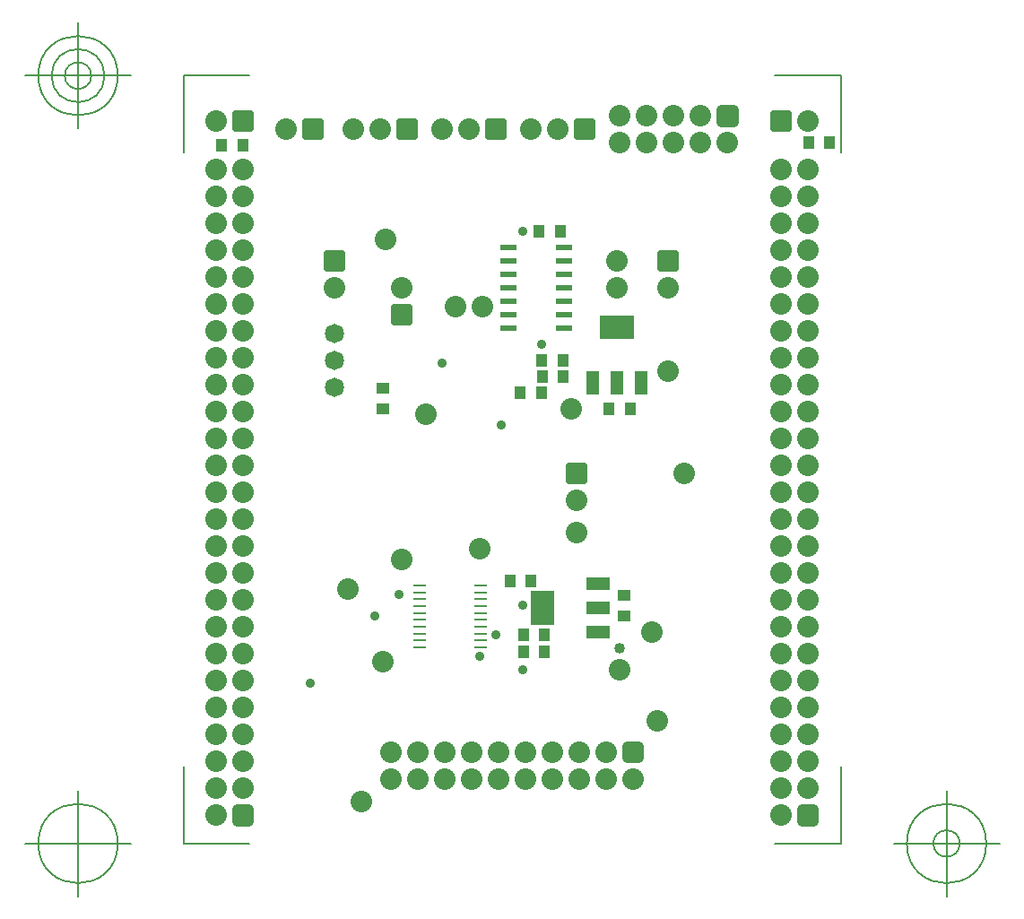
<source format=gbr>
G04 Generated by Ultiboard 13.0 *
%FSLAX25Y25*%
%MOIN*%

%ADD10C,0.00001*%
%ADD11C,0.00500*%
%ADD12C,0.08000*%
%ADD13C,0.03500*%
%ADD14R,0.06000X0.06000*%
%ADD15C,0.02000*%
%ADD16R,0.06102X0.02362*%
%ADD17R,0.04724X0.08661*%
%ADD18R,0.13000X0.08600*%
%ADD19R,0.04724X0.00984*%
%ADD20C,0.04000*%
%ADD21R,0.04000X0.05000*%
%ADD22R,0.08600X0.13000*%
%ADD23R,0.08661X0.04724*%
%ADD24R,0.05000X0.04000*%
%ADD25R,0.04083X0.04083*%
%ADD26C,0.03917*%
%ADD27C,0.07166*%


G04 ColorRGB 9900CC for the following layer *
%LNSolder Mask Bottom*%
%LPD*%
G54D10*
G54D11*
X205000Y45535D02*
X205000Y74082D01*
X205000Y45535D02*
X229413Y45535D01*
X449126Y45535D02*
X424713Y45535D01*
X449126Y45535D02*
X449126Y74082D01*
X449126Y331000D02*
X449126Y302454D01*
X449126Y331000D02*
X424713Y331000D01*
X205000Y331000D02*
X229413Y331000D01*
X205000Y331000D02*
X205000Y302454D01*
X185315Y45535D02*
X145945Y45535D01*
X165630Y25850D02*
X165630Y65220D01*
X150866Y45535D02*
G75*
D01*
G02X150866Y45535I14764J0*
G01*
X468811Y45535D02*
X508181Y45535D01*
X488496Y25850D02*
X488496Y65220D01*
X473732Y45535D02*
G75*
D01*
G02X473732Y45535I14764J0*
G01*
X483575Y45535D02*
G75*
D01*
G02X483575Y45535I4921J0*
G01*
X185315Y331000D02*
X145945Y331000D01*
X165630Y311315D02*
X165630Y350685D01*
X150866Y331000D02*
G75*
D01*
G02X150866Y331000I14764J0*
G01*
X155787Y331000D02*
G75*
D01*
G02X155787Y331000I9843J0*
G01*
X160709Y331000D02*
G75*
D01*
G02X160709Y331000I4921J0*
G01*
G54D12*
X391000Y183000D03*
X295000Y205000D03*
X349000Y207000D03*
X306000Y245000D03*
X316000Y245000D03*
X366000Y252000D03*
X366000Y262000D03*
X315000Y155000D03*
X217000Y314000D03*
X385000Y221000D03*
X243000Y311000D03*
X261000Y252000D03*
X385000Y252000D03*
X278000Y311000D03*
X268000Y311000D03*
X351000Y173000D03*
X311000Y311000D03*
X301000Y311000D03*
X344000Y311000D03*
X334000Y311000D03*
X381000Y91000D03*
X367000Y110000D03*
X379000Y124000D03*
X351000Y161000D03*
X279000Y113000D03*
X266000Y140000D03*
X342000Y79400D03*
X352000Y79400D03*
X362000Y79400D03*
X322000Y79400D03*
X332000Y79400D03*
X312000Y79400D03*
X372000Y69400D03*
X342000Y69400D03*
X352000Y69400D03*
X362000Y69400D03*
X322000Y69400D03*
X332000Y69400D03*
X312000Y69400D03*
X292000Y79400D03*
X302000Y79400D03*
X282000Y79400D03*
X292000Y69400D03*
X302000Y69400D03*
X282000Y69400D03*
X387100Y306000D03*
X387100Y316000D03*
X407100Y306000D03*
X397100Y306000D03*
X397100Y316000D03*
X367100Y316000D03*
X367100Y306000D03*
X377100Y306000D03*
X377100Y316000D03*
X227000Y146000D03*
X217000Y146000D03*
X227000Y86000D03*
X217000Y86000D03*
X227000Y66000D03*
X227000Y76000D03*
X217000Y56000D03*
X217000Y66000D03*
X217000Y76000D03*
X227000Y116000D03*
X227000Y96000D03*
X227000Y106000D03*
X227000Y126000D03*
X227000Y136000D03*
X217000Y116000D03*
X217000Y106000D03*
X217000Y96000D03*
X217000Y136000D03*
X217000Y126000D03*
X227000Y276000D03*
X217000Y276000D03*
X227000Y216000D03*
X217000Y216000D03*
X227000Y206000D03*
X227000Y176000D03*
X227000Y156000D03*
X227000Y166000D03*
X227000Y196000D03*
X227000Y186000D03*
X217000Y166000D03*
X217000Y156000D03*
X217000Y176000D03*
X217000Y196000D03*
X217000Y186000D03*
X217000Y206000D03*
X227000Y236000D03*
X227000Y226000D03*
X227000Y256000D03*
X227000Y246000D03*
X227000Y266000D03*
X217000Y246000D03*
X217000Y226000D03*
X217000Y236000D03*
X217000Y256000D03*
X217000Y266000D03*
X227000Y286000D03*
X227000Y296000D03*
X217000Y286000D03*
X217000Y296000D03*
X427000Y56000D03*
X427000Y66000D03*
X437000Y66000D03*
X427000Y76000D03*
X437000Y76000D03*
X427000Y86000D03*
X437000Y86000D03*
X427000Y96000D03*
X437000Y96000D03*
X437000Y146000D03*
X427000Y146000D03*
X437000Y116000D03*
X437000Y106000D03*
X437000Y126000D03*
X437000Y136000D03*
X427000Y116000D03*
X427000Y106000D03*
X427000Y136000D03*
X427000Y126000D03*
X437000Y276000D03*
X427000Y276000D03*
X437000Y216000D03*
X427000Y216000D03*
X437000Y206000D03*
X437000Y176000D03*
X437000Y156000D03*
X437000Y166000D03*
X437000Y196000D03*
X437000Y186000D03*
X427000Y166000D03*
X427000Y156000D03*
X427000Y176000D03*
X427000Y196000D03*
X427000Y186000D03*
X427000Y206000D03*
X437000Y236000D03*
X437000Y226000D03*
X437000Y256000D03*
X437000Y246000D03*
X437000Y266000D03*
X427000Y246000D03*
X427000Y226000D03*
X427000Y236000D03*
X427000Y256000D03*
X427000Y266000D03*
X437000Y286000D03*
X437000Y296000D03*
X427000Y286000D03*
X427000Y296000D03*
X437000Y314000D03*
X271000Y61000D03*
X280000Y270000D03*
X286000Y151000D03*
X286000Y252000D03*
G54D13*
X338000Y231000D03*
X331000Y273000D03*
X323000Y201000D03*
X276000Y130000D03*
X331000Y110000D03*
X285000Y138000D03*
X321000Y123000D03*
X315000Y115000D03*
X252000Y105000D03*
X331000Y134000D03*
X301000Y224000D03*
G54D14*
X227000Y314000D03*
X253000Y311000D03*
X261000Y262000D03*
X385000Y262000D03*
X288000Y311000D03*
X351000Y183000D03*
X321000Y311000D03*
X354000Y311000D03*
X427000Y314000D03*
X286000Y242000D03*
G54D15*
X224000Y311000D02*
X230000Y311000D01*
X230000Y317000D01*
X224000Y317000D01*
X224000Y311000D01*D02*
X250000Y308000D02*
X256000Y308000D01*
X256000Y314000D01*
X250000Y314000D01*
X250000Y308000D01*D02*
X258000Y259000D02*
X264000Y259000D01*
X264000Y265000D01*
X258000Y265000D01*
X258000Y259000D01*D02*
X382000Y259000D02*
X388000Y259000D01*
X388000Y265000D01*
X382000Y265000D01*
X382000Y259000D01*D02*
X285000Y308000D02*
X291000Y308000D01*
X291000Y314000D01*
X285000Y314000D01*
X285000Y308000D01*D02*
X348000Y180000D02*
X354000Y180000D01*
X354000Y186000D01*
X348000Y186000D01*
X348000Y180000D01*D02*
X318000Y308000D02*
X324000Y308000D01*
X324000Y314000D01*
X318000Y314000D01*
X318000Y308000D01*D02*
X351000Y308000D02*
X357000Y308000D01*
X357000Y314000D01*
X351000Y314000D01*
X351000Y308000D01*D02*
X424000Y311000D02*
X430000Y311000D01*
X430000Y317000D01*
X424000Y317000D01*
X424000Y311000D01*D02*
X283000Y239000D02*
X289000Y239000D01*
X289000Y245000D01*
X283000Y245000D01*
X283000Y239000D01*D02*
G54D16*
X325764Y237000D03*
X346236Y237000D03*
X325764Y242000D03*
X346236Y242000D03*
X325764Y247000D03*
X325764Y252000D03*
X346236Y247000D03*
X346236Y252000D03*
X325764Y257000D03*
X325764Y262000D03*
X346236Y257000D03*
X346236Y262000D03*
X325764Y267000D03*
X346236Y267000D03*
G54D17*
X356945Y216681D03*
X366000Y216681D03*
X375055Y216681D03*
G54D18*
X366000Y237381D03*
G54D19*
X292583Y118484D03*
X315417Y118484D03*
X292583Y121043D03*
X292583Y126161D03*
X292583Y123602D03*
X315417Y121043D03*
X315417Y126161D03*
X315417Y123602D03*
X292583Y128720D03*
X292583Y133839D03*
X292583Y131280D03*
X315417Y128720D03*
X315417Y133839D03*
X315417Y131280D03*
X292583Y136398D03*
X292583Y141516D03*
X292583Y138957D03*
X315417Y136398D03*
X315417Y141516D03*
X315417Y138957D03*
G54D20*
X367000Y118000D03*
G54D21*
X330100Y213000D03*
X337800Y213000D03*
X338200Y219000D03*
X345900Y219000D03*
X331150Y116950D03*
X338850Y116950D03*
X331200Y123000D03*
X338900Y123000D03*
X326200Y143000D03*
X333900Y143000D03*
X338100Y225000D03*
X345800Y225000D03*
X344800Y273000D03*
X337100Y273000D03*
X363100Y207000D03*
X370800Y207000D03*
X437200Y306000D03*
X444900Y306000D03*
X219100Y305000D03*
X226800Y305000D03*
G54D22*
X338306Y133118D03*
G54D23*
X359006Y124063D03*
X359006Y133118D03*
X359006Y142173D03*
G54D24*
X368687Y130218D03*
X368687Y137918D03*
X279000Y207200D03*
X279000Y214900D03*
G54D25*
X372000Y79400D03*
X407100Y316000D03*
X227000Y56000D03*
X437000Y56000D03*
G54D26*
X369959Y77359D02*
X374041Y77359D01*
X374041Y81441D01*
X369959Y81441D01*
X369959Y77359D01*D02*
X405059Y313959D02*
X409141Y313959D01*
X409141Y318041D01*
X405059Y318041D01*
X405059Y313959D01*D02*
X224959Y53959D02*
X229041Y53959D01*
X229041Y58041D01*
X224959Y58041D01*
X224959Y53959D01*D02*
X434959Y53959D02*
X439041Y53959D01*
X439041Y58041D01*
X434959Y58041D01*
X434959Y53959D01*D02*
G54D27*
X261000Y215000D03*
X261000Y235000D03*
X261000Y225000D03*

M02*

</source>
